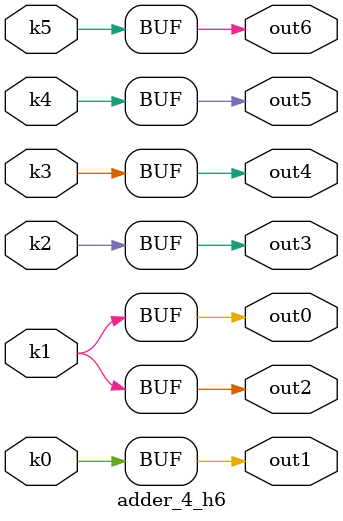
<source format=v>
module adder_4(pi00, pi01, pi02, pi03, pi04, pi05, pi06, pi07, pi08, pi09, pi10, pi11, po0, po1, po2, po3, po4, po5, po6);
input pi00, pi01, pi02, pi03, pi04, pi05, pi06, pi07, pi08, pi09, pi10, pi11;
output po0, po1, po2, po3, po4, po5, po6;
wire k0, k1, k2, k3, k4, k5;
adder_4_w6 DUT1 (pi00, pi01, pi02, pi03, pi04, pi05, pi06, pi07, pi08, pi09, pi10, pi11, k0, k1, k2, k3, k4, k5);
adder_4_h6 DUT2 (k0, k1, k2, k3, k4, k5, po0, po1, po2, po3, po4, po5, po6);
endmodule

module adder_4_w6(in11, in10, in9, in8, in7, in6, in5, in4, in3, in2, in1, in0, k5, k4, k3, k2, k1, k0);
input in11, in10, in9, in8, in7, in6, in5, in4, in3, in2, in1, in0;
output k5, k4, k3, k2, k1, k0;
assign k0 =   ((~in7 | ~in2) & (((~in8 | ~in3) & (((~in9 | ~in4) & (((~in11 | ~in6) & ((in1 & ~in10) | (~in0 & ~in5))) | (~in11 & ~in6 & (~in10 | ~in5)) | (~in10 & ~in5))) | (~in9 & ~in4))) | (~in8 & ~in3))) | (~in7 & ~in2);
assign k1 =   ((~in7 ^ in2) & (((~in8 | ~in3) & (((~in9 | ~in4) & (((~in11 | ~in6) & ((in1 & ~in10) | (~in0 & ~in5))) | (~in11 & ~in6 & (~in10 | ~in5)) | (~in10 & ~in5))) | (~in9 & ~in4))) | (~in8 & ~in3))) | ((in7 ^ in2) & ((in8 & in3) | ((in8 | in3) & ((in9 & in4) | ((in9 | in4) & (((in11 | in6) & ((in0 & in10) | (~in1 & in5))) | (in10 & in5) | (in11 & in6 & (in10 | in5))))))));
assign k2 =   ((~in8 ^ in3) & (((~in9 | ~in4) & (((~in11 | ~in6) & ((in1 & ~in10) | (~in0 & ~in5))) | (~in11 & ~in6 & (~in10 | ~in5)) | (~in10 & ~in5))) | (~in9 & ~in4))) | ((in8 ^ in3) & ((in9 & in4) | ((in9 | in4) & (((in11 | in6) & ((in0 & in10) | (~in1 & in5))) | (in10 & in5) | (in11 & in6 & (in10 | in5))))));
assign k3 =   ((~in9 ^ in4) & (((~in11 | ~in6) & ((in1 & ~in10) | (~in0 & ~in5))) | (~in11 & ~in6 & (~in10 | ~in5)) | (~in10 & ~in5))) | ((in9 ^ in4) & (((in11 | in6) & ((in0 & in10) | (~in1 & in5))) | (in10 & in5) | (in11 & in6 & (in10 | in5))));
assign k4 =   ((~in11 | ~in6) & ((in1 & in10 & in5) | (~in0 & ~in10 & ~in5))) | ((in11 | in6) & ((~in1 & ~in10 & in5) | (in0 & in10 & ~in5))) | (in11 & in6 & (in10 ^ in5)) | (~in11 & ~in6 & (~in10 ^ in5));
assign k5 =   (in0 & (in11 ^ in6)) | (in1 & (~in11 ^ in6));
endmodule

module adder_4_h6(k5, k4, k3, k2, k1, k0, out6, out5, out4, out3, out2, out1, out0);
input k5, k4, k3, k2, k1, k0;
output out6, out5, out4, out3, out2, out1, out0;
assign out0 = k1;
assign out1 = k0;
assign out2 = k1;
assign out3 = k2;
assign out4 = k3;
assign out5 = k4;
assign out6 = k5;
endmodule

</source>
